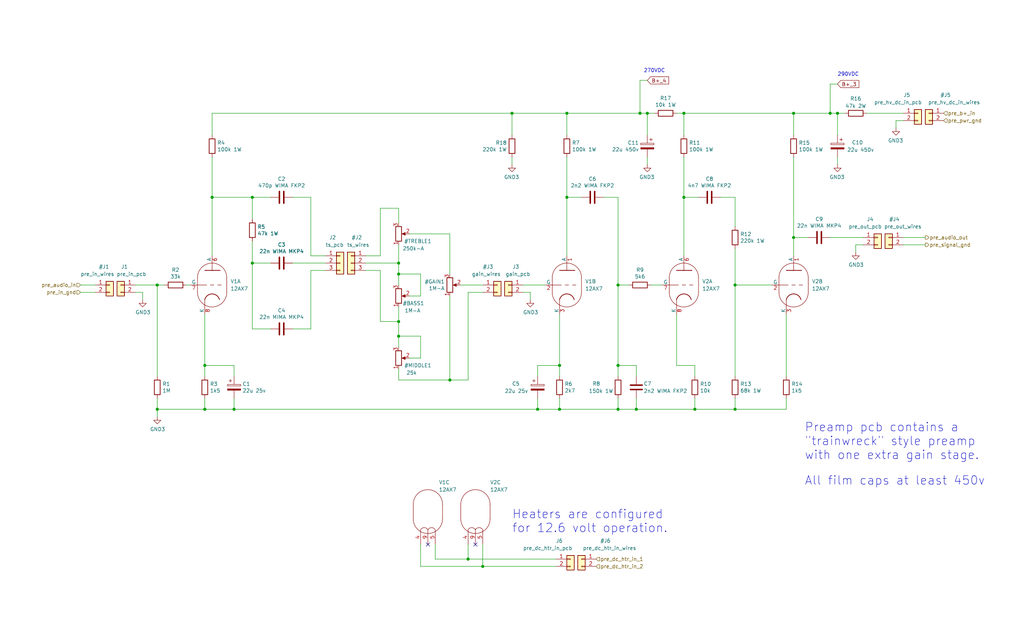
<source format=kicad_sch>
(kicad_sch (version 20211123) (generator eeschema)
  (paper "USLegal")
  (title_block (title "It is the Champion") (date "2021-12-30") (rev "0.1") (comment 1 "creativecommons.org/licenses/by/4.0/") (comment 2 "License: CC by 4.0") (comment 3 "Author: Jordan Aceto"))
  (lib_symbols
    (symbol "Connector_Generic:Conn_01x02" (pin_names (offset 1.016) hide)
      (property "Reference" "J" (at 0 2.54 0))
      (property "Value" "Conn_01x02" (at 0 -5.08 0))
      (symbol "Conn_01x02_1_1"
        (rectangle (start -1.27 -2.413) (end 0 -2.667) (stroke (width 0.1524)))
        (rectangle (start -1.27 0.127) (end 0 -0.127) (stroke (width 0.1524)))
        (rectangle (start -1.27 1.27) (end 1.27 -3.81) (stroke (width 0.254)) (fill (type background)))
        (pin passive line (at -5.08 0 0) (length 3.81) (name "Pin_1") (number "1"))
        (pin passive line (at -5.08 -2.54 0) (length 3.81) (name "Pin_2") (number "2"))
      )
    )
    (symbol "Connector_Generic:Conn_01x03" (pin_names (offset 1.016) hide)
      (property "Reference" "J" (at 0 5.08 0))
      (property "Value" "Conn_01x03" (at 0 -5.08 0))
      (symbol "Conn_01x03_1_1"
        (rectangle (start -1.27 -2.413) (end 0 -2.667) (stroke (width 0.1524)))
        (rectangle (start -1.27 0.127) (end 0 -0.127) (stroke (width 0.1524)))
        (rectangle (start -1.27 2.667) (end 0 2.413) (stroke (width 0.1524)))
        (rectangle (start -1.27 3.81) (end 1.27 -3.81) (stroke (width 0.254)) (fill (type background)))
        (pin passive line (at -5.08 2.54 0) (length 3.81) (name "Pin_1") (number "1"))
        (pin passive line (at -5.08 0 0) (length 3.81) (name "Pin_2") (number "2"))
        (pin passive line (at -5.08 -2.54 0) (length 3.81) (name "Pin_3") (number "3"))
      )
    )
    (symbol "Device:C" (pin_numbers hide) (pin_names (offset 0.254))
      (property "Reference" "C" (at 0.635 2.54 0))
      (property "Value" "C" (at 0.635 -2.54 0))
      (symbol "C_0_1"
        (polyline (pts (xy -2.032 -0.762) (xy 2.032 -0.762)) (stroke (width 0.508)))
        (polyline (pts (xy -2.032 0.762) (xy 2.032 0.762)) (stroke (width 0.508)))
      )
      (symbol "C_1_1"
        (pin passive line (at 0 3.81 270) (length 2.794) (name "~") (number "1"))
        (pin passive line (at 0 -3.81 90) (length 2.794) (name "~") (number "2"))
      )
    )
    (symbol "Device:C_Polarized" (pin_numbers hide) (pin_names (offset 0.254))
      (property "Reference" "C" (at 0.635 2.54 0))
      (property "Value" "C_Polarized" (at 0.635 -2.54 0))
      (symbol "C_Polarized_0_1"
        (rectangle (start -2.286 0.508) (end 2.286 1.016))
        (polyline (pts (xy -1.778 2.286) (xy -0.762 2.286)))
        (polyline (pts (xy -1.27 2.794) (xy -1.27 1.778)))
        (rectangle (start 2.286 -0.508) (end -2.286 -1.016) (fill (type outline)))
      )
      (symbol "C_Polarized_1_1"
        (pin passive line (at 0 3.81 270) (length 2.794) (name "~") (number "1"))
        (pin passive line (at 0 -3.81 90) (length 2.794) (name "~") (number "2"))
      )
    )
    (symbol "Device:R" (pin_numbers hide) (pin_names (offset 0))
      (property "Reference" "R" (at 2.032 0 90))
      (property "Value" "R" (at 0 0 90))
      (symbol "R_0_1"
        (rectangle (start -1.016 -2.54) (end 1.016 2.54) (stroke (width 0.254)))
      )
      (symbol "R_1_1"
        (pin passive line (at 0 3.81 270) (length 1.27) (name "~") (number "1"))
        (pin passive line (at 0 -3.81 90) (length 1.27) (name "~") (number "2"))
      )
    )
    (symbol "Device:R_Potentiometer" (pin_names (offset 1.016) hide)
      (property "Reference" "RV" (at -4.445 0 90))
      (property "Value" "R_Potentiometer" (at -2.54 0 90))
      (symbol "R_Potentiometer_0_1"
        (polyline (pts (xy 2.54 0) (xy 1.524 0)))
        (polyline (pts (xy 1.143 0) (xy 2.286 0.508) (xy 2.286 -0.508) (xy 1.143 0)) (fill (type outline)))
        (rectangle (start 1.016 2.54) (end -1.016 -2.54) (stroke (width 0.254)))
      )
      (symbol "R_Potentiometer_1_1"
        (pin passive line (at 0 3.81 270) (length 1.27) (name "1") (number "1"))
        (pin passive line (at 3.81 0 180) (length 1.27) (name "2") (number "2"))
        (pin passive line (at 0 -3.81 90) (length 1.27) (name "3") (number "3"))
      )
    )
    (symbol "custom_symbols:12AX7" (pin_names (offset 0))
      (property "Reference" "V" (at 3.302 7.874 0))
      (property "Value" "12AX7" (at 8.89 -7.62 0))
      (symbol "12AX7_0_1"
        (arc (start -5.08 -2.54) (mid 0 -7.62) (end 5.08 -2.54))
        (polyline (pts (xy 5.08 2.54) (xy 5.08 -2.54)))
        (polyline (pts (xy -5.08 2.54) (xy -5.08 -2.54) (xy -5.08 -2.54)))
        (arc (start 5.08 2.54) (mid 0 7.62) (end -5.08 2.54))
      )
      (symbol "12AX7_1_0"
        (polyline (pts (xy -2.54 -5.08) (xy -2.54 -7.62)))
        (polyline (pts (xy 0 5.08) (xy 0 7.62)))
      )
      (symbol "12AX7_1_1"
        (polyline (pts (xy -5.08 0) (xy -3.175 0)))
        (polyline (pts (xy -1.905 0) (xy -3.175 0)) (stroke (width 0.1524)))
        (polyline (pts (xy -0.635 0) (xy 0.635 0)) (stroke (width 0.1524)))
        (polyline (pts (xy 1.905 0) (xy 3.175 0)) (stroke (width 0.1524)))
        (polyline (pts (xy -2.54 5.08) (xy 2.794 5.08) (xy 2.794 5.08)) (stroke (width 0.254)))
        (arc (start 2.54 -5.08) (mid 0 -3.0968) (end -2.54 -5.08) (stroke (width 0.254)))
        (pin output line (at 0 10.16 270) (length 2.54) (name "A") (number "6"))
        (pin input line (at -7.62 0 0) (length 2.54) (name "G") (number "7"))
        (pin bidirectional line (at -2.54 -10.16 90) (length 2.54) (name "K") (number "8"))
      )
      (symbol "12AX7_2_0"
        (polyline (pts (xy -2.54 -5.08) (xy -2.54 -7.62)))
        (polyline (pts (xy 0 5.08) (xy 0 7.62)))
      )
      (symbol "12AX7_2_1"
        (polyline (pts (xy -5.08 0) (xy -3.175 0)))
        (polyline (pts (xy -1.905 0) (xy -3.175 0)) (stroke (width 0.1524)))
        (polyline (pts (xy -0.635 0) (xy 0.635 0)) (stroke (width 0.1524)))
        (polyline (pts (xy 1.905 0) (xy 3.175 0)) (stroke (width 0.1524)))
        (polyline (pts (xy -2.54 5.08) (xy 2.794 5.08) (xy 2.794 5.08)) (stroke (width 0.254)))
        (arc (start 2.54 -5.08) (mid 0 -3.0968) (end -2.54 -5.08) (stroke (width 0.254)))
        (pin output line (at 0 10.16 270) (length 2.54) (name "A") (number "1"))
        (pin input line (at -7.62 0 0) (length 2.54) (name "G") (number "2"))
        (pin bidirectional line (at -2.54 -10.16 90) (length 2.54) (name "K") (number "3"))
      )
      (symbol "12AX7_3_1"
        (arc (start 0 -6.35) (mid -1.27 -5.5651) (end -2.54 -6.35))
        (arc (start 2.54 -6.35) (mid 1.27 -5.5651) (end 0 -6.35))
        (pin power_in line (at -2.54 -11.43 90) (length 5.08) (name "~") (number "4"))
        (pin power_in line (at 2.54 -11.43 90) (length 5.08) (name "~") (number "5"))
        (pin power_in line (at 0 -11.43 90) (length 5.08) (name "~") (number "9"))
      )
    )
    (symbol "power:GND3" (power) (pin_names (offset 0))
      (property "Value" "GND3" (at 0 -3.81 0))
      (symbol "GND3_0_1"
        (polyline (pts (xy 0 0) (xy 0 -1.27) (xy 1.27 -1.27) (xy 0 -2.54) (xy -1.27 -1.27) (xy 0 -1.27)))
      )
      (symbol "GND3_1_1"
        (pin power_in line (at 0 0 270) (length 0) hide (name "GND3") (number "1"))
      )
    )
  )
  (junction (at 73.66 68.58))
  (junction (at 167.64 196.85))
  (junction (at 156.21 132.08))
  (junction (at 54.61 99.06))
  (junction (at 275.59 82.55))
  (junction (at 81.28 142.24))
  (junction (at 255.27 142.24))
  (junction (at 196.85 39.37))
  (junction (at 237.49 68.58))
  (junction (at 177.8 39.37))
  (junction (at 138.43 111.76))
  (junction (at 222.25 39.37))
  (junction (at 138.43 95.25))
  (junction (at 186.69 142.24))
  (junction (at 71.12 142.24))
  (junction (at 214.63 142.24))
  (junction (at 87.63 91.44))
  (junction (at 224.79 39.37))
  (junction (at 237.49 39.37))
  (junction (at 288.29 39.37))
  (junction (at 54.61 142.24))
  (junction (at 290.83 39.37))
  (junction (at 220.98 142.24))
  (junction (at 275.59 39.37))
  (junction (at 162.56 194.31))
  (junction (at 71.12 127))
  (junction (at 196.85 68.58))
  (junction (at 194.31 142.24))
  (junction (at 138.43 91.44))
  (junction (at 214.63 99.06))
  (junction (at 255.27 99.06))
  (junction (at 194.31 127))
  (junction (at 214.63 127))
  (junction (at 87.63 68.58))
  (junction (at 241.3 142.24))
  (junction (at 138.43 116.84))
  (no_connect (at 148.59 189.23))
  (no_connect (at 165.1 189.23))
  (wire (pts (xy 107.95 68.58) (xy 101.6 68.58)))
  (wire (pts (xy 220.98 142.24) (xy 241.3 142.24)))
  (wire (pts (xy 273.05 130.81) (xy 273.05 109.22)))
  (wire (pts (xy 146.05 124.46) (xy 146.05 116.84)))
  (wire (pts (xy 146.05 196.85) (xy 167.64 196.85)))
  (wire (pts (xy 73.66 39.37) (xy 73.66 46.99)))
  (wire (pts (xy 297.18 85.09) (xy 297.18 87.63)))
  (wire (pts (xy 71.12 142.24) (xy 81.28 142.24)))
  (wire (pts (xy 162.56 189.23) (xy 162.56 194.31)))
  (wire (pts (xy 214.63 99.06) (xy 214.63 68.58)))
  (wire (pts (xy 234.95 39.37) (xy 237.49 39.37)))
  (wire (pts (xy 321.31 85.09) (xy 313.69 85.09)))
  (wire (pts (xy 167.64 196.85) (xy 193.04 196.85)))
  (wire (pts (xy 237.49 54.61) (xy 237.49 68.58)))
  (wire (pts (xy 73.66 68.58) (xy 73.66 88.9)))
  (wire (pts (xy 138.43 106.68) (xy 138.43 111.76)))
  (wire (pts (xy 214.63 127) (xy 214.63 99.06)))
  (wire (pts (xy 146.05 196.85) (xy 146.05 189.23)))
  (wire (pts (xy 87.63 91.44) (xy 87.63 114.3)))
  (wire (pts (xy 214.63 138.43) (xy 214.63 142.24)))
  (wire (pts (xy 49.53 101.6) (xy 46.99 101.6)))
  (wire (pts (xy 87.63 68.58) (xy 87.63 76.2)))
  (wire (pts (xy 54.61 144.78) (xy 54.61 142.24)))
  (wire (pts (xy 275.59 39.37) (xy 288.29 39.37)))
  (wire (pts (xy 194.31 109.22) (xy 194.31 127)))
  (wire (pts (xy 311.15 41.91) (xy 311.15 44.45)))
  (wire (pts (xy 132.08 93.98) (xy 127 93.98)))
  (wire (pts (xy 132.08 111.76) (xy 132.08 93.98)))
  (wire (pts (xy 177.8 57.15) (xy 177.8 54.61)))
  (wire (pts (xy 46.99 99.06) (xy 54.61 99.06)))
  (wire (pts (xy 255.27 99.06) (xy 267.97 99.06)))
  (wire (pts (xy 275.59 82.55) (xy 275.59 54.61)))
  (wire (pts (xy 146.05 102.87) (xy 146.05 95.25)))
  (wire (pts (xy 290.83 29.21) (xy 288.29 29.21)))
  (wire (pts (xy 196.85 54.61) (xy 196.85 68.58)))
  (wire (pts (xy 311.15 41.91) (xy 313.69 41.91)))
  (wire (pts (xy 81.28 130.81) (xy 81.28 127)))
  (wire (pts (xy 237.49 39.37) (xy 237.49 46.99)))
  (wire (pts (xy 132.08 72.39) (xy 138.43 72.39)))
  (wire (pts (xy 255.27 78.74) (xy 255.27 68.58)))
  (wire (pts (xy 275.59 88.9) (xy 275.59 82.55)))
  (wire (pts (xy 290.83 57.15) (xy 290.83 54.61)))
  (wire (pts (xy 241.3 127) (xy 241.3 130.81)))
  (wire (pts (xy 218.44 99.06) (xy 214.63 99.06)))
  (wire (pts (xy 321.31 82.55) (xy 313.69 82.55)))
  (wire (pts (xy 196.85 39.37) (xy 196.85 46.99)))
  (wire (pts (xy 214.63 142.24) (xy 220.98 142.24)))
  (wire (pts (xy 113.03 91.44) (xy 101.6 91.44)))
  (wire (pts (xy 220.98 127) (xy 214.63 127)))
  (wire (pts (xy 138.43 111.76) (xy 132.08 111.76)))
  (wire (pts (xy 162.56 101.6) (xy 162.56 132.08)))
  (wire (pts (xy 177.8 39.37) (xy 196.85 39.37)))
  (wire (pts (xy 151.13 194.31) (xy 162.56 194.31)))
  (wire (pts (xy 81.28 142.24) (xy 186.69 142.24)))
  (wire (pts (xy 81.28 142.24) (xy 81.28 138.43)))
  (wire (pts (xy 255.27 142.24) (xy 273.05 142.24)))
  (wire (pts (xy 156.21 95.25) (xy 156.21 81.28)))
  (wire (pts (xy 54.61 138.43) (xy 54.61 142.24)))
  (wire (pts (xy 138.43 91.44) (xy 138.43 95.25)))
  (wire (pts (xy 242.57 68.58) (xy 237.49 68.58)))
  (wire (pts (xy 127 88.9) (xy 132.08 88.9)))
  (wire (pts (xy 177.8 46.99) (xy 177.8 39.37)))
  (wire (pts (xy 255.27 86.36) (xy 255.27 99.06)))
  (wire (pts (xy 181.61 99.06) (xy 189.23 99.06)))
  (wire (pts (xy 107.95 93.98) (xy 113.03 93.98)))
  (wire (pts (xy 186.69 130.81) (xy 186.69 127)))
  (wire (pts (xy 27.94 99.06) (xy 33.02 99.06)))
  (wire (pts (xy 226.06 99.06) (xy 229.87 99.06)))
  (wire (pts (xy 71.12 127) (xy 71.12 130.81)))
  (wire (pts (xy 71.12 127) (xy 71.12 109.22)))
  (wire (pts (xy 237.49 68.58) (xy 237.49 88.9)))
  (wire (pts (xy 64.77 99.06) (xy 66.04 99.06)))
  (wire (pts (xy 273.05 142.24) (xy 273.05 138.43)))
  (wire (pts (xy 186.69 127) (xy 194.31 127)))
  (wire (pts (xy 107.95 114.3) (xy 107.95 93.98)))
  (wire (pts (xy 138.43 77.47) (xy 138.43 72.39)))
  (wire (pts (xy 160.02 99.06) (xy 167.64 99.06)))
  (wire (pts (xy 288.29 39.37) (xy 290.83 39.37)))
  (wire (pts (xy 162.56 101.6) (xy 167.64 101.6)))
  (wire (pts (xy 138.43 132.08) (xy 156.21 132.08)))
  (wire (pts (xy 186.69 138.43) (xy 186.69 142.24)))
  (wire (pts (xy 280.67 82.55) (xy 275.59 82.55)))
  (wire (pts (xy 184.15 101.6) (xy 181.61 101.6)))
  (wire (pts (xy 138.43 111.76) (xy 138.43 116.84)))
  (wire (pts (xy 214.63 68.58) (xy 209.55 68.58)))
  (wire (pts (xy 237.49 39.37) (xy 275.59 39.37)))
  (wire (pts (xy 142.24 102.87) (xy 146.05 102.87)))
  (wire (pts (xy 184.15 104.14) (xy 184.15 101.6)))
  (wire (pts (xy 255.27 142.24) (xy 255.27 138.43)))
  (wire (pts (xy 250.19 68.58) (xy 255.27 68.58)))
  (wire (pts (xy 290.83 46.99) (xy 290.83 39.37)))
  (wire (pts (xy 299.72 85.09) (xy 297.18 85.09)))
  (wire (pts (xy 201.93 68.58) (xy 196.85 68.58)))
  (wire (pts (xy 27.94 101.6) (xy 33.02 101.6)))
  (wire (pts (xy 241.3 142.24) (xy 255.27 142.24)))
  (wire (pts (xy 54.61 142.24) (xy 71.12 142.24)))
  (wire (pts (xy 93.98 68.58) (xy 87.63 68.58)))
  (wire (pts (xy 293.37 39.37) (xy 290.83 39.37)))
  (wire (pts (xy 194.31 142.24) (xy 194.31 138.43)))
  (wire (pts (xy 156.21 81.28) (xy 142.24 81.28)))
  (wire (pts (xy 132.08 88.9) (xy 132.08 72.39)))
  (wire (pts (xy 196.85 68.58) (xy 196.85 88.9)))
  (wire (pts (xy 138.43 85.09) (xy 138.43 91.44)))
  (wire (pts (xy 107.95 88.9) (xy 107.95 68.58)))
  (wire (pts (xy 127 91.44) (xy 138.43 91.44)))
  (wire (pts (xy 241.3 142.24) (xy 241.3 138.43)))
  (wire (pts (xy 101.6 114.3) (xy 107.95 114.3)))
  (wire (pts (xy 146.05 116.84) (xy 138.43 116.84)))
  (wire (pts (xy 288.29 82.55) (xy 299.72 82.55)))
  (wire (pts (xy 196.85 39.37) (xy 222.25 39.37)))
  (wire (pts (xy 49.53 104.14) (xy 49.53 101.6)))
  (wire (pts (xy 87.63 68.58) (xy 73.66 68.58)))
  (wire (pts (xy 186.69 142.24) (xy 194.31 142.24)))
  (wire (pts (xy 142.24 124.46) (xy 146.05 124.46)))
  (wire (pts (xy 220.98 130.81) (xy 220.98 127)))
  (wire (pts (xy 87.63 114.3) (xy 93.98 114.3)))
  (wire (pts (xy 138.43 120.65) (xy 138.43 116.84)))
  (wire (pts (xy 167.64 189.23) (xy 167.64 196.85)))
  (wire (pts (xy 224.79 27.94) (xy 222.25 27.94)))
  (wire (pts (xy 151.13 194.31) (xy 151.13 189.23)))
  (wire (pts (xy 275.59 39.37) (xy 275.59 46.99)))
  (wire (pts (xy 138.43 132.08) (xy 138.43 128.27)))
  (wire (pts (xy 71.12 138.43) (xy 71.12 142.24)))
  (wire (pts (xy 224.79 39.37) (xy 222.25 39.37)))
  (wire (pts (xy 81.28 127) (xy 71.12 127)))
  (wire (pts (xy 288.29 29.21) (xy 288.29 39.37)))
  (wire (pts (xy 87.63 91.44) (xy 87.63 83.82)))
  (wire (pts (xy 224.79 57.15) (xy 224.79 54.61)))
  (wire (pts (xy 156.21 132.08) (xy 156.21 102.87)))
  (wire (pts (xy 313.69 39.37) (xy 300.99 39.37)))
  (wire (pts (xy 220.98 138.43) (xy 220.98 142.24)))
  (wire (pts (xy 222.25 27.94) (xy 222.25 39.37)))
  (wire (pts (xy 73.66 39.37) (xy 177.8 39.37)))
  (wire (pts (xy 162.56 194.31) (xy 193.04 194.31)))
  (wire (pts (xy 113.03 88.9) (xy 107.95 88.9)))
  (wire (pts (xy 162.56 132.08) (xy 156.21 132.08)))
  (wire (pts (xy 234.95 127) (xy 241.3 127)))
  (wire (pts (xy 227.33 39.37) (xy 224.79 39.37)))
  (wire (pts (xy 54.61 130.81) (xy 54.61 99.06)))
  (wire (pts (xy 234.95 109.22) (xy 234.95 127)))
  (wire (pts (xy 146.05 95.25) (xy 138.43 95.25)))
  (wire (pts (xy 214.63 130.81) (xy 214.63 127)))
  (wire (pts (xy 224.79 46.99) (xy 224.79 39.37)))
  (wire (pts (xy 194.31 127) (xy 194.31 130.81)))
  (wire (pts (xy 54.61 99.06) (xy 57.15 99.06)))
  (wire (pts (xy 73.66 54.61) (xy 73.66 68.58)))
  (wire (pts (xy 93.98 91.44) (xy 87.63 91.44)))
  (wire (pts (xy 138.43 99.06) (xy 138.43 95.25)))
  (wire (pts (xy 194.31 142.24) (xy 214.63 142.24)))
  (wire (pts (xy 255.27 130.81) (xy 255.27 99.06)))
  (text "Preamp pcb contains a\n\"trainwreck\" style preamp\nwith one extra gain stage." (at 279.4 160.02 0) (effects (font (size 2.9972 2.9972)) (justify left bottom)))
  (text "Heaters are configured\nfor 12.6 volt operation." (at 177.8 185.42 0) (effects (font (size 2.9972 2.9972)) (justify left bottom)))
  (text "290VDC" (at 290.83 26.67 0) (effects (font (size 1.27 1.27)) (justify left bottom)))
  (text "270VDC" (at 223.52 25.4 0) (effects (font (size 1.27 1.27)) (justify left bottom)))
  (text "All film caps at least 450v" (at 279.4 168.91 0) (effects (font (size 2.9972 2.9972)) (justify left bottom)))
  (global_label "B+_3" (shape input) (at 290.83 29.21 0) (property "Intersheet References" "${INTERSHEET_REFS}" (effects hide)))
  (global_label "B+_4" (shape input) (at 224.79 27.94 0) (property "Intersheet References" "${INTERSHEET_REFS}" (effects hide)))
  (hierarchical_label "pre_audio_out" (shape output) (at 321.31 82.55 0))
  (hierarchical_label "pre_dc_htr_in_2" (shape input) (at 207.01 196.85 0))
  (hierarchical_label "pre_b+_in" (shape input) (at 327.66 39.37 0))
  (hierarchical_label "pre_signal_gnd" (shape output) (at 321.31 85.09 0))
  (hierarchical_label "pre_dc_htr_in_1" (shape input) (at 207.01 194.31 0))
  (hierarchical_label "pre_in_gnd" (shape input) (at 27.94 101.6 180))
  (hierarchical_label "pre_pwr_gnd" (shape input) (at 327.66 41.91 0))
  (hierarchical_label "pre_audio_in" (shape input) (at 27.94 99.06 180))
  (symbol (lib_id "Device:R") (at 73.66 50.8 0) (unit 1)
    (property "Reference" "R4" (at 75.438 49.6316 0) (effects (justify left)))
    (property "Value" "100k 1W" (at 75.438 51.943 0) (effects (justify left)))
    (property "Footprint" "Resistor_THT:R_Axial_DIN0414_L11.9mm_D4.5mm_P20.32mm_Horizontal" (effects hide))
  )
  (symbol (lib_id "Device:R") (at 71.12 134.62 0) (unit 1)
    (property "Reference" "R3" (at 72.898 133.4516 0) (effects (justify left)))
    (property "Value" "1k5" (at 72.898 135.763 0) (effects (justify left)))
    (property "Footprint" "Resistor_THT:R_Axial_DIN0207_L6.3mm_D2.5mm_P10.16mm_Horizontal" (effects hide))
  )
  (symbol (lib_id "Device:C_Polarized") (at 81.28 134.62 0) (unit 1)
    (property "Reference" "C1" (at 84.201 133.4516 0) (effects (justify left)))
    (property "Value" "22u 25v" (at 84.201 135.763 0) (effects (justify left)))
    (property "Footprint" "Capacitor_THT:CP_Radial_D6.3mm_P2.50mm" (effects hide))
  )
  (symbol (lib_id "Device:R") (at 60.96 99.06 270) (unit 1)
    (property "Reference" "R2" (at 60.96 93.8022 90))
    (property "Value" "33k" (at 60.96 96.1136 90))
    (property "Footprint" "Resistor_THT:R_Axial_DIN0207_L6.3mm_D2.5mm_P10.16mm_Horizontal" (effects hide))
  )
  (symbol (lib_id "Device:R") (at 54.61 134.62 0) (unit 1)
    (property "Reference" "R1" (at 56.388 133.4516 0) (effects (justify left)))
    (property "Value" "1M" (at 56.388 135.763 0) (effects (justify left)))
    (property "Footprint" "Resistor_THT:R_Axial_DIN0207_L6.3mm_D2.5mm_P10.16mm_Horizontal" (effects hide))
  )
  (symbol (lib_id "Device:C") (at 97.79 68.58 270) (unit 1)
    (property "Reference" "C2" (at 97.79 62.1792 90))
    (property "Value" "470p WIMA FKP2" (at 97.79 64.4906 90))
    (property "Footprint" "Capacitor_THT:C_Rect_L7.2mm_W4.5mm_P5.00mm_FKS2_FKP2_MKS2_MKP2" (effects hide))
  )
  (symbol (lib_id "Device:C") (at 97.79 91.44 270) (unit 1)
    (property "Reference" "C3" (at 97.79 85.0392 90))
    (property "Value" "22n WIMA MKP4" (at 97.79 87.3506 90))
    (property "Footprint" "Capacitor_THT:C_Rect_L13.0mm_W4.0mm_P10.00mm_FKS3_FKP3_MKS4" (effects hide))
  )
  (symbol (lib_id "Device:C") (at 97.79 114.3 270) (unit 1)
    (property "Reference" "C4" (at 97.79 107.8992 90))
    (property "Value" "22n MIMA MKP4" (at 97.79 110.2106 90))
    (property "Footprint" "Capacitor_THT:C_Rect_L13.0mm_W4.0mm_P10.00mm_FKS3_FKP3_MKS4" (effects hide))
  )
  (symbol (lib_id "Device:R") (at 87.63 80.01 0) (unit 1)
    (property "Reference" "R5" (at 89.408 78.8416 0) (effects (justify left)))
    (property "Value" "47k 1W" (at 89.408 81.153 0) (effects (justify left)))
    (property "Footprint" "Resistor_THT:R_Axial_DIN0414_L11.9mm_D4.5mm_P20.32mm_Horizontal" (effects hide))
  )
  (symbol (lib_id "Device:R_Potentiometer") (at 138.43 81.28 0) (mirror x) (unit 1)
    (property "Reference" "#TREBLE1" (at 149.86 83.82 0) (effects (justify right)))
    (property "Value" "250k-A" (at 147.32 86.36 0) (effects (justify right)))
  )
  (symbol (lib_id "Device:R_Potentiometer") (at 138.43 102.87 0) (mirror x) (unit 1)
    (property "Reference" "#BASS1" (at 147.32 105.41 0) (effects (justify right)))
    (property "Value" "1M-A" (at 146.05 107.95 0) (effects (justify right)))
  )
  (symbol (lib_id "Device:R_Potentiometer") (at 138.43 124.46 0) (mirror x) (unit 1)
    (property "Reference" "#MIDDLE1" (at 149.86 127 0) (effects (justify right)))
    (property "Value" "25k" (at 144.78 129.54 0) (effects (justify right)))
  )
  (symbol (lib_id "Device:R_Potentiometer") (at 156.21 99.06 0) (mirror x) (unit 1)
    (property "Reference" "#GAIN1" (at 154.432 97.8916 0) (effects (justify right)))
    (property "Value" "1M-A" (at 154.432 100.203 0) (effects (justify right)))
  )
  (symbol (lib_id "Device:R") (at 196.85 50.8 0) (unit 1)
    (property "Reference" "R7" (at 198.628 49.6316 0) (effects (justify left)))
    (property "Value" "100k 1W" (at 198.628 51.943 0) (effects (justify left)))
    (property "Footprint" "Resistor_THT:R_Axial_DIN0414_L11.9mm_D4.5mm_P20.32mm_Horizontal" (effects hide))
  )
  (symbol (lib_id "Device:R") (at 237.49 50.8 0) (unit 1)
    (property "Reference" "R11" (at 239.268 49.6316 0) (effects (justify left)))
    (property "Value" "100k 1W" (at 239.268 51.943 0) (effects (justify left)))
    (property "Footprint" "Resistor_THT:R_Axial_DIN0414_L11.9mm_D4.5mm_P20.32mm_Horizontal" (effects hide))
  )
  (symbol (lib_id "Device:C") (at 205.74 68.58 270) (unit 1)
    (property "Reference" "C6" (at 205.74 62.1792 90))
    (property "Value" "2n2 WIMA FKP2" (at 205.74 64.4906 90))
    (property "Footprint" "Capacitor_THT:C_Rect_L7.2mm_W5.5mm_P5.00mm_FKS2_FKP2_MKS2_MKP2" (effects hide))
  )
  (symbol (lib_id "Device:R") (at 194.31 134.62 0) (unit 1)
    (property "Reference" "R6" (at 196.088 133.4516 0) (effects (justify left)))
    (property "Value" "2k7" (at 196.088 135.763 0) (effects (justify left)))
    (property "Footprint" "Resistor_THT:R_Axial_DIN0207_L6.3mm_D2.5mm_P10.16mm_Horizontal" (effects hide))
  )
  (symbol (lib_id "Device:R") (at 241.3 134.62 0) (unit 1)
    (property "Reference" "R10" (at 243.078 133.4516 0) (effects (justify left)))
    (property "Value" "10k" (at 243.078 135.763 0) (effects (justify left)))
    (property "Footprint" "Resistor_THT:R_Axial_DIN0207_L6.3mm_D2.5mm_P10.16mm_Horizontal" (effects hide))
  )
  (symbol (lib_id "Device:R") (at 214.63 134.62 0) (unit 1)
    (property "Reference" "R8" (at 205.74 133.35 0) (effects (justify left)))
    (property "Value" "150k 1W" (at 204.47 135.89 0) (effects (justify left)))
    (property "Footprint" "Resistor_THT:R_Axial_DIN0414_L11.9mm_D4.5mm_P20.32mm_Horizontal" (effects hide))
  )
  (symbol (lib_id "Device:C") (at 220.98 134.62 0) (unit 1)
    (property "Reference" "C7" (at 223.52 133.35 0) (effects (justify left)))
    (property "Value" "2n2 WIMA FKP2" (at 223.52 135.89 0) (effects (justify left)))
    (property "Footprint" "Capacitor_THT:C_Rect_L7.2mm_W5.5mm_P5.00mm_FKS2_FKP2_MKS2_MKP2" (effects hide))
  )
  (symbol (lib_id "Device:R") (at 222.25 99.06 270) (unit 1)
    (property "Reference" "R9" (at 222.25 93.8022 90))
    (property "Value" "5k6" (at 222.25 96.1136 90))
    (property "Footprint" "Resistor_THT:R_Axial_DIN0207_L6.3mm_D2.5mm_P10.16mm_Horizontal" (effects hide))
  )
  (symbol (lib_id "Device:C") (at 246.38 68.58 270) (unit 1)
    (property "Reference" "C8" (at 246.38 62.1792 90))
    (property "Value" "4n7 WIMA FKP2" (at 246.38 64.4906 90))
    (property "Footprint" "Capacitor_THT:C_Rect_L7.2mm_W7.2mm_P5.00mm_FKS2_FKP2_MKS2_MKP2" (effects hide))
  )
  (symbol (lib_id "Device:R") (at 255.27 134.62 0) (unit 1)
    (property "Reference" "R13" (at 257.048 133.4516 0) (effects (justify left)))
    (property "Value" "68k 1W" (at 257.048 135.763 0) (effects (justify left)))
    (property "Footprint" "Resistor_THT:R_Axial_DIN0414_L11.9mm_D4.5mm_P20.32mm_Horizontal" (effects hide))
  )
  (symbol (lib_id "Device:R") (at 273.05 134.62 0) (unit 1)
    (property "Reference" "R14" (at 274.828 133.4516 0) (effects (justify left)))
    (property "Value" "1k5" (at 274.828 135.763 0) (effects (justify left)))
    (property "Footprint" "Resistor_THT:R_Axial_DIN0207_L6.3mm_D2.5mm_P10.16mm_Horizontal" (effects hide))
  )
  (symbol (lib_id "Device:C") (at 284.48 82.55 270) (unit 1)
    (property "Reference" "C9" (at 284.48 76.1492 90))
    (property "Value" "22n WIMA MKP4" (at 284.48 78.4606 90))
    (property "Footprint" "Capacitor_THT:C_Rect_L13.0mm_W4.0mm_P10.00mm_FKS3_FKP3_MKS4" (effects hide))
  )
  (symbol (lib_id "Device:R") (at 275.59 50.8 0) (unit 1)
    (property "Reference" "R15" (at 277.368 49.6316 0) (effects (justify left)))
    (property "Value" "100k 1W" (at 277.368 51.943 0) (effects (justify left)))
    (property "Footprint" "Resistor_THT:R_Axial_DIN0414_L11.9mm_D4.5mm_P20.32mm_Horizontal" (effects hide))
  )
  (symbol (lib_id "Device:C_Polarized") (at 186.69 134.62 0) (unit 1)
    (property "Reference" "C5" (at 177.8 133.35 0) (effects (justify left)))
    (property "Value" "22u 25v" (at 175.26 135.89 0) (effects (justify left)))
    (property "Footprint" "Capacitor_THT:CP_Radial_D6.3mm_P2.50mm" (effects hide))
  )
  (symbol (lib_id "Device:R") (at 255.27 82.55 0) (unit 1)
    (property "Reference" "R12" (at 257.048 81.3816 0) (effects (justify left)))
    (property "Value" "220k 1W" (at 257.048 83.693 0) (effects (justify left)))
    (property "Footprint" "Resistor_THT:R_Axial_DIN0414_L11.9mm_D4.5mm_P20.32mm_Horizontal" (effects hide))
  )
  (symbol (lib_id "Connector_Generic:Conn_01x02") (at 172.72 99.06 0) (unit 1)
    (property "Reference" "#J3" (at 167.64 92.71 0) (effects (justify left)))
    (property "Value" "gain_wires" (at 163.83 95.25 0) (effects (justify left)))
  )
  (symbol (lib_id "Connector_Generic:Conn_01x02") (at 176.53 99.06 0) (mirror y) (unit 1)
    (property "Reference" "J3" (at 180.34 92.71 0) (effects (justify left)))
    (property "Value" "gain_pcb" (at 184.15 95.25 0) (effects (justify left)))
    (property "Footprint" "custom_footprints:signal_wire_connector_2" (effects hide))
  )
  (symbol (lib_id "Connector_Generic:Conn_01x02") (at 198.12 194.31 0) (unit 1)
    (property "Reference" "J6" (at 193.04 187.96 0) (effects (justify left)))
    (property "Value" "pre_dc_htr_in_pcb" (at 181.61 190.5 0) (effects (justify left)))
    (property "Footprint" "Connector_Wire:SolderWire-0.75sqmm_1x02_P4.8mm_D1.25mm_OD2.3mm_Relief" (effects hide))
  )
  (symbol (lib_id "Connector_Generic:Conn_01x02") (at 201.93 194.31 0) (mirror y) (unit 1)
    (property "Reference" "#J6" (at 212.09 187.96 0) (effects (justify left)))
    (property "Value" "pre_dc_htr_in_wires" (at 220.98 190.5 0) (effects (justify left)))
  )
  (symbol (lib_id "Connector_Generic:Conn_01x02") (at 41.91 99.06 0) (mirror y) (unit 1)
    (property "Reference" "J1" (at 44.45 92.71 0) (effects (justify left)))
    (property "Value" "pre_in_pcb" (at 50.8 95.25 0) (effects (justify left)))
    (property "Footprint" "custom_footprints:signal_wire_connector_2" (effects hide))
  )
  (symbol (lib_id "Connector_Generic:Conn_01x02") (at 38.1 99.06 0) (unit 1)
    (property "Reference" "#J1" (at 34.29 92.71 0) (effects (justify left)))
    (property "Value" "pre_in_wires" (at 27.94 95.25 0) (effects (justify left)))
  )
  (symbol (lib_id "power:GND3") (at 49.53 104.14 0) (unit 1)
    (property "Reference" "#PWR0104" (effects hide))
    (property "Value" "GND3" (at 49.657 108.5342 0))
  )
  (symbol (lib_id "Connector_Generic:Conn_01x02") (at 304.8 82.55 0) (unit 1)
    (property "Reference" "J4" (at 300.99 76.2 0) (effects (justify left)))
    (property "Value" "pre_out_pcb" (at 294.64 78.74 0) (effects (justify left)))
    (property "Footprint" "custom_footprints:signal_wire_connector_2" (effects hide))
  )
  (symbol (lib_id "Connector_Generic:Conn_01x02") (at 308.61 82.55 0) (mirror y) (unit 1)
    (property "Reference" "#J4" (at 312.42 76.2 0) (effects (justify left)))
    (property "Value" "pre_out_wires" (at 320.04 78.74 0) (effects (justify left)))
  )
  (symbol (lib_id "power:GND3") (at 297.18 87.63 0) (unit 1)
    (property "Reference" "#PWR0106" (effects hide))
    (property "Value" "GND3" (at 297.307 92.0242 0))
  )
  (symbol (lib_id "Connector_Generic:Conn_01x03") (at 118.11 91.44 0) (unit 1)
    (property "Reference" "J2" (at 114.3 82.55 0) (effects (justify left)))
    (property "Value" "ts_pcb" (at 113.03 85.09 0) (effects (justify left)))
    (property "Footprint" "custom_footprints:signal_wire_connector_3" (effects hide))
  )
  (symbol (lib_id "Connector_Generic:Conn_01x03") (at 121.92 91.44 0) (mirror y) (unit 1)
    (property "Reference" "#J2" (at 125.73 82.55 0) (effects (justify left)))
    (property "Value" "ts_wires" (at 128.27 85.09 0) (effects (justify left)))
  )
  (symbol (lib_id "power:GND3") (at 54.61 144.78 0) (unit 1)
    (property "Reference" "#PWR0108" (effects hide))
    (property "Value" "GND3" (at 54.737 149.1742 0))
  )
  (symbol (lib_id "power:GND3") (at 184.15 104.14 0) (unit 1)
    (property "Reference" "#PWR0109" (effects hide))
    (property "Value" "GND3" (at 184.277 108.5342 0))
  )
  (symbol (lib_id "Connector_Generic:Conn_01x02") (at 322.58 39.37 0) (mirror y) (unit 1)
    (property "Reference" "#J5" (at 330.2 33.02 0) (effects (justify left)))
    (property "Value" "pre_hv_dc_in_wires" (at 340.36 35.56 0) (effects (justify left)))
    (property "Footprint" "Connector_Wire:SolderWire-0.75sqmm_1x02_P4.8mm_D1.25mm_OD2.3mm_Relief" (effects hide))
  )
  (symbol (lib_id "Connector_Generic:Conn_01x02") (at 318.77 39.37 0) (unit 1)
    (property "Reference" "J5" (at 313.69 33.02 0) (effects (justify left)))
    (property "Value" "pre_hv_dc_in_pcb" (at 303.53 35.56 0) (effects (justify left)))
    (property "Footprint" "Connector_Wire:SolderWire-0.75sqmm_1x02_P4.8mm_D1.25mm_OD2.3mm_Relief" (effects hide))
  )
  (symbol (lib_id "Device:R") (at 297.18 39.37 270) (mirror x) (unit 1)
    (property "Reference" "R16" (at 297.18 34.29 90))
    (property "Value" "47k 2W" (at 297.18 36.83 90))
    (property "Footprint" "Resistor_THT:R_Axial_DIN0414_L11.9mm_D4.5mm_P20.32mm_Horizontal" (effects hide))
  )
  (symbol (lib_id "Device:R") (at 231.14 39.37 90) (mirror x) (unit 1)
    (property "Reference" "R17" (at 231.14 34.1122 90))
    (property "Value" "10k 1W" (at 231.14 36.4236 90))
    (property "Footprint" "Resistor_THT:R_Axial_DIN0414_L11.9mm_D4.5mm_P20.32mm_Horizontal" (effects hide))
  )
  (symbol (lib_id "Device:R") (at 177.8 50.8 0) (mirror y) (unit 1)
    (property "Reference" "R18" (at 176.022 49.6316 0) (effects (justify left)))
    (property "Value" "220k 1W" (at 176.022 51.943 0) (effects (justify left)))
    (property "Footprint" "Resistor_THT:R_Axial_DIN0414_L11.9mm_D4.5mm_P20.32mm_Horizontal" (effects hide))
  )
  (symbol (lib_id "Device:C_Polarized") (at 224.79 50.8 0) (mirror y) (unit 1)
    (property "Reference" "C11" (at 221.869 49.6316 0) (effects (justify left)))
    (property "Value" "22u 450v" (at 221.869 51.943 0) (effects (justify left)))
    (property "Footprint" "Capacitor_THT:CP_Radial_D18.0mm_P7.50mm" (effects hide))
  )
  (symbol (lib_id "Device:C_Polarized") (at 290.83 50.8 0) (mirror y) (unit 1)
    (property "Reference" "C10" (at 299.72 49.53 0) (effects (justify left)))
    (property "Value" "22u 450v" (at 303.53 52.07 0) (effects (justify left)))
    (property "Footprint" "Capacitor_THT:CP_Radial_D18.0mm_P7.50mm" (effects hide))
  )
  (symbol (lib_id "power:GND3") (at 311.15 44.45 0) (mirror y) (unit 1)
    (property "Reference" "#PWR0105" (effects hide))
    (property "Value" "GND3" (at 311.023 48.8442 0))
  )
  (symbol (lib_id "power:GND3") (at 290.83 57.15 0) (mirror y) (unit 1)
    (property "Reference" "#PWR0113" (effects hide))
    (property "Value" "GND3" (at 290.703 61.5442 0))
  )
  (symbol (lib_id "power:GND3") (at 224.79 57.15 0) (mirror y) (unit 1)
    (property "Reference" "#PWR0114" (effects hide))
    (property "Value" "GND3" (at 224.663 61.5442 0))
  )
  (symbol (lib_id "power:GND3") (at 177.8 57.15 0) (mirror y) (unit 1)
    (property "Reference" "#PWR0115" (effects hide))
    (property "Value" "GND3" (at 177.673 61.5442 0))
  )
  (symbol (lib_id "custom_symbols:12AX7") (at 73.66 99.06 0) (unit 1)
    (property "Reference" "V1" (at 80.01 97.7899 0) (effects (justify left)))
    (property "Value" "12AX7" (at 80.01 100.3299 0) (effects (justify left)))
    (property "Footprint" "custom_footprints:belton_VT9-PT-C" (effects hide))
  )
  (symbol (lib_id "custom_symbols:12AX7") (at 196.85 99.06 0) (unit 2)
    (property "Reference" "V1" (at 203.2 97.7899 0) (effects (justify left)))
    (property "Value" "12AX7" (at 203.2 100.3299 0) (effects (justify left)))
    (property "Footprint" "custom_footprints:belton_VT9-PT-C" (effects hide))
  )
  (symbol (lib_id "custom_symbols:12AX7") (at 148.59 177.8 0) (unit 3)
    (property "Reference" "V1" (at 152.4 167.64 0) (effects (justify left)))
    (property "Value" "12AX7" (at 152.4 170.18 0) (effects (justify left)))
    (property "Footprint" "custom_footprints:belton_VT9-PT-C" (effects hide))
  )
  (symbol (lib_id "custom_symbols:12AX7") (at 275.59 99.06 0) (unit 2)
    (property "Reference" "V2" (at 281.94 97.7899 0) (effects (justify left)))
    (property "Value" "12AX7" (at 281.94 100.3299 0) (effects (justify left)))
    (property "Footprint" "custom_footprints:belton_VT9-PT-C" (effects hide))
  )
  (symbol (lib_id "custom_symbols:12AX7") (at 237.49 99.06 0) (unit 1)
    (property "Reference" "V2" (at 243.84 97.7899 0) (effects (justify left)))
    (property "Value" "12AX7" (at 243.84 100.3299 0) (effects (justify left)))
    (property "Footprint" "custom_footprints:belton_VT9-PT-C" (effects hide))
  )
  (symbol (lib_id "custom_symbols:12AX7") (at 165.1 177.8 0) (unit 3)
    (property "Reference" "V2" (at 170.18 167.64 0) (effects (justify left)))
    (property "Value" "12AX7" (at 170.18 170.18 0) (effects (justify left)))
    (property "Footprint" "custom_footprints:belton_VT9-PT-C" (effects hide))
  )
)
</source>
